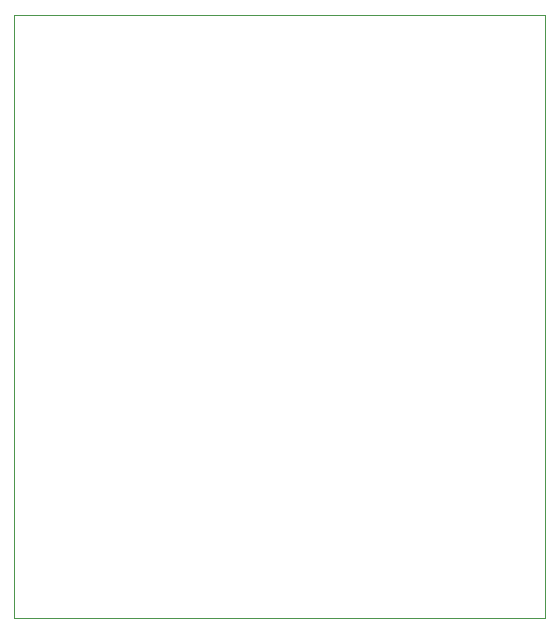
<source format=gbr>
%TF.GenerationSoftware,KiCad,Pcbnew,7.0.9*%
%TF.CreationDate,2024-10-15T17:06:46-06:00*%
%TF.ProjectId,TPS61165-heater-v8,54505336-3131-4363-952d-686561746572,rev?*%
%TF.SameCoordinates,Original*%
%TF.FileFunction,Profile,NP*%
%FSLAX46Y46*%
G04 Gerber Fmt 4.6, Leading zero omitted, Abs format (unit mm)*
G04 Created by KiCad (PCBNEW 7.0.9) date 2024-10-15 17:06:46*
%MOMM*%
%LPD*%
G01*
G04 APERTURE LIST*
%TA.AperFunction,Profile*%
%ADD10C,0.050000*%
%TD*%
G04 APERTURE END LIST*
D10*
X115000000Y-47000000D02*
X160000000Y-47000000D01*
X160000000Y-98000000D01*
X115000000Y-98000000D01*
X115000000Y-47000000D01*
M02*

</source>
